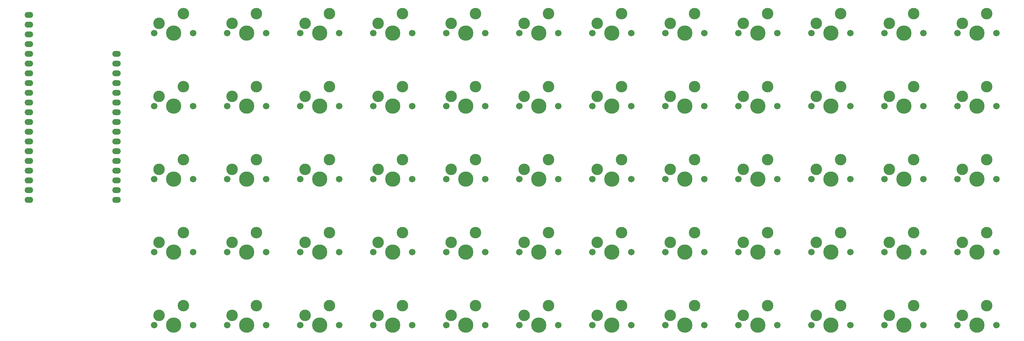
<source format=gts>
%TF.GenerationSoftware,KiCad,Pcbnew,5.1.10*%
%TF.CreationDate,2021-06-15T15:09:17-05:00*%
%TF.ProjectId,olkbd_ble,6f6c6b62-645f-4626-9c65-2e6b69636164,rev?*%
%TF.SameCoordinates,Original*%
%TF.FileFunction,Soldermask,Top*%
%TF.FilePolarity,Negative*%
%FSLAX46Y46*%
G04 Gerber Fmt 4.6, Leading zero omitted, Abs format (unit mm)*
G04 Created by KiCad (PCBNEW 5.1.10) date 2021-06-15 15:09:17*
%MOMM*%
%LPD*%
G01*
G04 APERTURE LIST*
%ADD10C,1.701800*%
%ADD11C,3.987800*%
%ADD12C,3.000000*%
%ADD13O,2.268000X1.524000*%
G04 APERTURE END LIST*
D10*
%TO.C,K60*%
X323532000Y-242888000D03*
X333692000Y-242888000D03*
D11*
X328612000Y-242888000D03*
D12*
X324802000Y-240348000D03*
X331152000Y-237808000D03*
%TD*%
D10*
%TO.C,K59*%
X323532000Y-223838000D03*
X333692000Y-223838000D03*
D11*
X328612000Y-223838000D03*
D12*
X324802000Y-221298000D03*
X331152000Y-218758000D03*
%TD*%
D10*
%TO.C,K58*%
X323532000Y-204788000D03*
X333692000Y-204788000D03*
D11*
X328612000Y-204788000D03*
D12*
X324802000Y-202248000D03*
X331152000Y-199708000D03*
%TD*%
D10*
%TO.C,K57*%
X323532000Y-185738000D03*
X333692000Y-185738000D03*
D11*
X328612000Y-185738000D03*
D12*
X324802000Y-183198000D03*
X331152000Y-180658000D03*
%TD*%
D10*
%TO.C,K56*%
X323532000Y-166688000D03*
X333692000Y-166688000D03*
D11*
X328612000Y-166688000D03*
D12*
X324802000Y-164148000D03*
X331152000Y-161608000D03*
%TD*%
D10*
%TO.C,K55*%
X304482000Y-242888000D03*
X314642000Y-242888000D03*
D11*
X309562000Y-242888000D03*
D12*
X305752000Y-240348000D03*
X312102000Y-237808000D03*
%TD*%
D10*
%TO.C,K54*%
X304482000Y-223838000D03*
X314642000Y-223838000D03*
D11*
X309562000Y-223838000D03*
D12*
X305752000Y-221298000D03*
X312102000Y-218758000D03*
%TD*%
D10*
%TO.C,K53*%
X304482000Y-204788000D03*
X314642000Y-204788000D03*
D11*
X309562000Y-204788000D03*
D12*
X305752000Y-202248000D03*
X312102000Y-199708000D03*
%TD*%
D10*
%TO.C,K52*%
X304482000Y-185738000D03*
X314642000Y-185738000D03*
D11*
X309562000Y-185738000D03*
D12*
X305752000Y-183198000D03*
X312102000Y-180658000D03*
%TD*%
D10*
%TO.C,K51*%
X304482000Y-166688000D03*
X314642000Y-166688000D03*
D11*
X309562000Y-166688000D03*
D12*
X305752000Y-164148000D03*
X312102000Y-161608000D03*
%TD*%
D10*
%TO.C,K50*%
X285432000Y-242888000D03*
X295592000Y-242888000D03*
D11*
X290512000Y-242888000D03*
D12*
X286702000Y-240348000D03*
X293052000Y-237808000D03*
%TD*%
D10*
%TO.C,K49*%
X285432000Y-223838000D03*
X295592000Y-223838000D03*
D11*
X290512000Y-223838000D03*
D12*
X286702000Y-221298000D03*
X293052000Y-218758000D03*
%TD*%
D10*
%TO.C,K48*%
X285432000Y-204788000D03*
X295592000Y-204788000D03*
D11*
X290512000Y-204788000D03*
D12*
X286702000Y-202248000D03*
X293052000Y-199708000D03*
%TD*%
D10*
%TO.C,K47*%
X285432000Y-185738000D03*
X295592000Y-185738000D03*
D11*
X290512000Y-185738000D03*
D12*
X286702000Y-183198000D03*
X293052000Y-180658000D03*
%TD*%
D10*
%TO.C,K46*%
X285432000Y-166688000D03*
X295592000Y-166688000D03*
D11*
X290512000Y-166688000D03*
D12*
X286702000Y-164148000D03*
X293052000Y-161608000D03*
%TD*%
D10*
%TO.C,K45*%
X266382000Y-242888000D03*
X276542000Y-242888000D03*
D11*
X271462000Y-242888000D03*
D12*
X267652000Y-240348000D03*
X274002000Y-237808000D03*
%TD*%
D10*
%TO.C,K44*%
X266382000Y-223838000D03*
X276542000Y-223838000D03*
D11*
X271462000Y-223838000D03*
D12*
X267652000Y-221298000D03*
X274002000Y-218758000D03*
%TD*%
D10*
%TO.C,K43*%
X266382000Y-204788000D03*
X276542000Y-204788000D03*
D11*
X271462000Y-204788000D03*
D12*
X267652000Y-202248000D03*
X274002000Y-199708000D03*
%TD*%
D10*
%TO.C,K42*%
X266382000Y-185738000D03*
X276542000Y-185738000D03*
D11*
X271462000Y-185738000D03*
D12*
X267652000Y-183198000D03*
X274002000Y-180658000D03*
%TD*%
D10*
%TO.C,K41*%
X266382000Y-166688000D03*
X276542000Y-166688000D03*
D11*
X271462000Y-166688000D03*
D12*
X267652000Y-164148000D03*
X274002000Y-161608000D03*
%TD*%
D10*
%TO.C,K40*%
X247332000Y-242888000D03*
X257492000Y-242888000D03*
D11*
X252412000Y-242888000D03*
D12*
X248602000Y-240348000D03*
X254952000Y-237808000D03*
%TD*%
D10*
%TO.C,K39*%
X247332000Y-223838000D03*
X257492000Y-223838000D03*
D11*
X252412000Y-223838000D03*
D12*
X248602000Y-221298000D03*
X254952000Y-218758000D03*
%TD*%
D10*
%TO.C,K38*%
X247332000Y-204788000D03*
X257492000Y-204788000D03*
D11*
X252412000Y-204788000D03*
D12*
X248602000Y-202248000D03*
X254952000Y-199708000D03*
%TD*%
D10*
%TO.C,K37*%
X247332000Y-185738000D03*
X257492000Y-185738000D03*
D11*
X252412000Y-185738000D03*
D12*
X248602000Y-183198000D03*
X254952000Y-180658000D03*
%TD*%
D10*
%TO.C,K36*%
X247332000Y-166688000D03*
X257492000Y-166688000D03*
D11*
X252412000Y-166688000D03*
D12*
X248602000Y-164148000D03*
X254952000Y-161608000D03*
%TD*%
D10*
%TO.C,K35*%
X228282000Y-242888000D03*
X238442000Y-242888000D03*
D11*
X233362000Y-242888000D03*
D12*
X229552000Y-240348000D03*
X235902000Y-237808000D03*
%TD*%
D10*
%TO.C,K34*%
X228282000Y-223838000D03*
X238442000Y-223838000D03*
D11*
X233362000Y-223838000D03*
D12*
X229552000Y-221298000D03*
X235902000Y-218758000D03*
%TD*%
D10*
%TO.C,K33*%
X228282000Y-204788000D03*
X238442000Y-204788000D03*
D11*
X233362000Y-204788000D03*
D12*
X229552000Y-202248000D03*
X235902000Y-199708000D03*
%TD*%
D10*
%TO.C,K32*%
X228282000Y-185738000D03*
X238442000Y-185738000D03*
D11*
X233362000Y-185738000D03*
D12*
X229552000Y-183198000D03*
X235902000Y-180658000D03*
%TD*%
D10*
%TO.C,K31*%
X228282000Y-166688000D03*
X238442000Y-166688000D03*
D11*
X233362000Y-166688000D03*
D12*
X229552000Y-164148000D03*
X235902000Y-161608000D03*
%TD*%
D10*
%TO.C,K30*%
X209232000Y-242888000D03*
X219392000Y-242888000D03*
D11*
X214312000Y-242888000D03*
D12*
X210502000Y-240348000D03*
X216852000Y-237808000D03*
%TD*%
D10*
%TO.C,K29*%
X209232000Y-223838000D03*
X219392000Y-223838000D03*
D11*
X214312000Y-223838000D03*
D12*
X210502000Y-221298000D03*
X216852000Y-218758000D03*
%TD*%
D10*
%TO.C,K28*%
X209232000Y-204788000D03*
X219392000Y-204788000D03*
D11*
X214312000Y-204788000D03*
D12*
X210502000Y-202248000D03*
X216852000Y-199708000D03*
%TD*%
D10*
%TO.C,K27*%
X209232000Y-185738000D03*
X219392000Y-185738000D03*
D11*
X214312000Y-185738000D03*
D12*
X210502000Y-183198000D03*
X216852000Y-180658000D03*
%TD*%
D10*
%TO.C,K26*%
X209232000Y-166688000D03*
X219392000Y-166688000D03*
D11*
X214312000Y-166688000D03*
D12*
X210502000Y-164148000D03*
X216852000Y-161608000D03*
%TD*%
D10*
%TO.C,K25*%
X190182000Y-242888000D03*
X200342000Y-242888000D03*
D11*
X195262000Y-242888000D03*
D12*
X191452000Y-240348000D03*
X197802000Y-237808000D03*
%TD*%
D10*
%TO.C,K24*%
X190182000Y-223838000D03*
X200342000Y-223838000D03*
D11*
X195262000Y-223838000D03*
D12*
X191452000Y-221298000D03*
X197802000Y-218758000D03*
%TD*%
D10*
%TO.C,K23*%
X190182000Y-204788000D03*
X200342000Y-204788000D03*
D11*
X195262000Y-204788000D03*
D12*
X191452000Y-202248000D03*
X197802000Y-199708000D03*
%TD*%
D10*
%TO.C,K22*%
X190182000Y-185738000D03*
X200342000Y-185738000D03*
D11*
X195262000Y-185738000D03*
D12*
X191452000Y-183198000D03*
X197802000Y-180658000D03*
%TD*%
D10*
%TO.C,K21*%
X190182000Y-166688000D03*
X200342000Y-166688000D03*
D11*
X195262000Y-166688000D03*
D12*
X191452000Y-164148000D03*
X197802000Y-161608000D03*
%TD*%
D10*
%TO.C,K20*%
X171132000Y-242888000D03*
X181292000Y-242888000D03*
D11*
X176212000Y-242888000D03*
D12*
X172402000Y-240348000D03*
X178752000Y-237808000D03*
%TD*%
D10*
%TO.C,K19*%
X171132000Y-223838000D03*
X181292000Y-223838000D03*
D11*
X176212000Y-223838000D03*
D12*
X172402000Y-221298000D03*
X178752000Y-218758000D03*
%TD*%
D10*
%TO.C,K18*%
X171132000Y-204788000D03*
X181292000Y-204788000D03*
D11*
X176212000Y-204788000D03*
D12*
X172402000Y-202248000D03*
X178752000Y-199708000D03*
%TD*%
D10*
%TO.C,K17*%
X171132000Y-185738000D03*
X181292000Y-185738000D03*
D11*
X176212000Y-185738000D03*
D12*
X172402000Y-183198000D03*
X178752000Y-180658000D03*
%TD*%
D10*
%TO.C,K16*%
X171132000Y-166688000D03*
X181292000Y-166688000D03*
D11*
X176212000Y-166688000D03*
D12*
X172402000Y-164148000D03*
X178752000Y-161608000D03*
%TD*%
D10*
%TO.C,K15*%
X152082000Y-242888000D03*
X162242000Y-242888000D03*
D11*
X157162000Y-242888000D03*
D12*
X153352000Y-240348000D03*
X159702000Y-237808000D03*
%TD*%
D10*
%TO.C,K14*%
X152082000Y-223838000D03*
X162242000Y-223838000D03*
D11*
X157162000Y-223838000D03*
D12*
X153352000Y-221298000D03*
X159702000Y-218758000D03*
%TD*%
D10*
%TO.C,K13*%
X152082000Y-204788000D03*
X162242000Y-204788000D03*
D11*
X157162000Y-204788000D03*
D12*
X153352000Y-202248000D03*
X159702000Y-199708000D03*
%TD*%
D10*
%TO.C,K12*%
X152082000Y-185738000D03*
X162242000Y-185738000D03*
D11*
X157162000Y-185738000D03*
D12*
X153352000Y-183198000D03*
X159702000Y-180658000D03*
%TD*%
D10*
%TO.C,K11*%
X152082000Y-166688000D03*
X162242000Y-166688000D03*
D11*
X157162000Y-166688000D03*
D12*
X153352000Y-164148000D03*
X159702000Y-161608000D03*
%TD*%
D10*
%TO.C,K10*%
X133032000Y-242888000D03*
X143192000Y-242888000D03*
D11*
X138112000Y-242888000D03*
D12*
X134302000Y-240348000D03*
X140652000Y-237808000D03*
%TD*%
D10*
%TO.C,K9*%
X133032000Y-223838000D03*
X143192000Y-223838000D03*
D11*
X138112000Y-223838000D03*
D12*
X134302000Y-221298000D03*
X140652000Y-218758000D03*
%TD*%
D10*
%TO.C,K8*%
X133032000Y-204788000D03*
X143192000Y-204788000D03*
D11*
X138112000Y-204788000D03*
D12*
X134302000Y-202248000D03*
X140652000Y-199708000D03*
%TD*%
D10*
%TO.C,K7*%
X133032000Y-185738000D03*
X143192000Y-185738000D03*
D11*
X138112000Y-185738000D03*
D12*
X134302000Y-183198000D03*
X140652000Y-180658000D03*
%TD*%
D10*
%TO.C,K6*%
X133032000Y-166688000D03*
X143192000Y-166688000D03*
D11*
X138112000Y-166688000D03*
D12*
X134302000Y-164148000D03*
X140652000Y-161608000D03*
%TD*%
D10*
%TO.C,K5*%
X113982000Y-242888000D03*
X124142000Y-242888000D03*
D11*
X119062000Y-242888000D03*
D12*
X115252000Y-240348000D03*
X121602000Y-237808000D03*
%TD*%
D10*
%TO.C,K4*%
X113982000Y-223838000D03*
X124142000Y-223838000D03*
D11*
X119062000Y-223838000D03*
D12*
X115252000Y-221298000D03*
X121602000Y-218758000D03*
%TD*%
D10*
%TO.C,K3*%
X113982000Y-204788000D03*
X124142000Y-204788000D03*
D11*
X119062000Y-204788000D03*
D12*
X115252000Y-202248000D03*
X121602000Y-199708000D03*
%TD*%
D10*
%TO.C,K2*%
X113982000Y-185738000D03*
X124142000Y-185738000D03*
D11*
X119062000Y-185738000D03*
D12*
X115252000Y-183198000D03*
X121602000Y-180658000D03*
%TD*%
D10*
%TO.C,K1*%
X113982000Y-166688000D03*
X124142000Y-166688000D03*
D11*
X119062000Y-166688000D03*
D12*
X115252000Y-164148000D03*
X121602000Y-161608000D03*
%TD*%
D13*
%TO.C,U1*%
X81280000Y-161925000D03*
X81280000Y-164465000D03*
X81280000Y-167005000D03*
X81280000Y-169545000D03*
X81280000Y-172085000D03*
X81280000Y-174625000D03*
X81280000Y-177165000D03*
X81280000Y-179705000D03*
X81280000Y-182245000D03*
X81280000Y-184785000D03*
X81280000Y-187325000D03*
X81280000Y-189865000D03*
X81280000Y-192405000D03*
X81280000Y-194945000D03*
X81280000Y-197485000D03*
X81280000Y-200025000D03*
X81280000Y-202565000D03*
X81280000Y-205105000D03*
X81280000Y-207645000D03*
X81280000Y-210185000D03*
X104140000Y-172085000D03*
X104140000Y-174625000D03*
X104140000Y-177165000D03*
X104140000Y-179705000D03*
X104140000Y-182245000D03*
X104140000Y-184785000D03*
X104140000Y-187325000D03*
X104140000Y-189865000D03*
X104140000Y-192405000D03*
X104140000Y-194945000D03*
X104140000Y-197485000D03*
X104140000Y-200025000D03*
X104140000Y-202565000D03*
X104140000Y-205105000D03*
X104140000Y-207645000D03*
X104140000Y-210185000D03*
%TD*%
M02*

</source>
